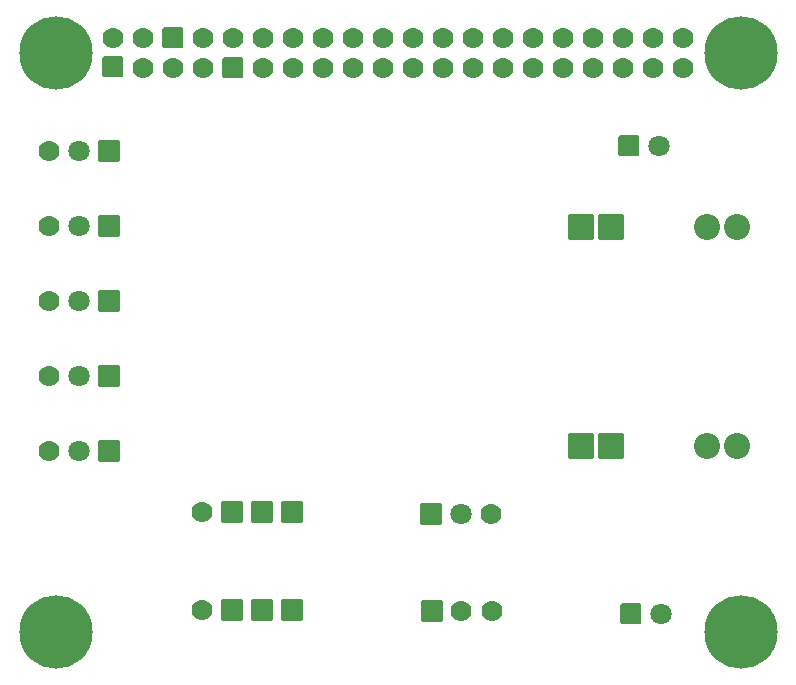
<source format=gts>
G04 Layer: TopSolderMaskLayer*
G04 EasyEDA v6.5.22, 2023-03-23 09:10:29*
G04 401f546e4c444c1f8d25b27506820300,e6e562115a5a45ecb989dda305b66076,10*
G04 Gerber Generator version 0.2*
G04 Scale: 100 percent, Rotated: No, Reflected: No *
G04 Dimensions in millimeters *
G04 leading zeros omitted , absolute positions ,4 integer and 5 decimal *
%FSLAX45Y45*%
%MOMM*%

%AMMACRO1*1,1,$1,$2,$3*1,1,$1,$4,$5*1,1,$1,0-$2,0-$3*1,1,$1,0-$4,0-$5*20,1,$1,$2,$3,$4,$5,0*20,1,$1,$4,$5,0-$2,0-$3,0*20,1,$1,0-$2,0-$3,0-$4,0-$5,0*20,1,$1,0-$4,0-$5,$2,$3,0*4,1,4,$2,$3,$4,$5,0-$2,0-$3,0-$4,0-$5,$2,$3,0*%
%ADD10C,2.2032*%
%ADD11MACRO1,0.2032X-1X-1X-1X1*%
%ADD12C,1.8032*%
%ADD13C,6.2032*%
%ADD14C,1.7780*%
%ADD15MACRO1,0.2032X-0.7874X0.7874X0.7874X0.7874*%
%ADD16MACRO1,0.2032X-0.7875X0.7875X0.7875X0.7875*%
%ADD17C,1.7782*%
%ADD18MACRO1,0.2032X-0.8X0.8X0.8X0.8*%
%ADD19MACRO1,0.2032X0.8X-0.8X-0.8X-0.8*%

%LPD*%
D10*
G01*
X19075018Y-9042501D03*
G01*
X19075018Y-10896498D03*
G01*
X18821018Y-10896498D03*
D11*
G01*
X17754998Y-10896498D03*
G01*
X18008998Y-10896498D03*
G01*
X18008998Y-9042501D03*
G01*
X17754998Y-9042501D03*
D10*
G01*
X18821018Y-9042501D03*
D12*
G01*
X18415000Y-8356600D03*
D13*
G01*
X19106134Y-7564373D03*
G01*
X13303859Y-7565694D03*
G01*
X13305790Y-12467767D03*
G01*
X19106438Y-12469037D03*
D14*
G01*
X13791742Y-7441031D03*
D15*
G01*
X13791730Y-7683540D03*
D14*
G01*
X14045742Y-7441031D03*
G01*
X14045717Y-7693710D03*
D15*
G01*
X14299730Y-7441029D03*
D14*
G01*
X14299717Y-7693710D03*
G01*
X14553742Y-7441031D03*
G01*
X14807742Y-7441031D03*
D15*
G01*
X14807727Y-7693700D03*
D14*
G01*
X14553717Y-7693710D03*
G01*
X15061717Y-7441031D03*
G01*
X15315717Y-7441031D03*
G01*
X15316200Y-7693710D03*
G01*
X15062200Y-7693710D03*
G01*
X15569742Y-7441031D03*
G01*
X15823742Y-7441031D03*
G01*
X15823717Y-7693710D03*
G01*
X15569717Y-7693710D03*
G01*
X16077742Y-7441031D03*
G01*
X16331742Y-7441031D03*
G01*
X16331260Y-7693710D03*
G01*
X16077260Y-7693710D03*
G01*
X16585717Y-7441031D03*
G01*
X16839717Y-7441031D03*
G01*
X16840200Y-7693710D03*
G01*
X16586200Y-7693710D03*
G01*
X17093717Y-7441031D03*
G01*
X17347717Y-7441031D03*
G01*
X17348200Y-7693710D03*
G01*
X17094200Y-7693710D03*
G01*
X17601717Y-7441031D03*
G01*
X17855717Y-7441031D03*
G01*
X17855717Y-7693710D03*
G01*
X17601717Y-7693710D03*
G01*
X18109742Y-7441031D03*
G01*
X18363742Y-7441031D03*
G01*
X18363717Y-7693710D03*
G01*
X18109717Y-7693710D03*
G01*
X18617742Y-7441031D03*
G01*
X18617717Y-7693710D03*
D16*
G01*
X18161000Y-8356600D03*
D17*
G01*
X14544675Y-11455400D03*
D18*
G01*
X14798675Y-11455400D03*
G01*
X15052675Y-11455400D03*
G01*
X15052675Y-12280900D03*
G01*
X14798675Y-12280900D03*
D17*
G01*
X14541500Y-12280900D03*
D18*
G01*
X15306675Y-12280900D03*
D17*
G01*
X13246100Y-8394700D03*
D12*
G01*
X13500100Y-8394700D03*
D18*
G01*
X13754100Y-8394700D03*
G01*
X13754100Y-9029700D03*
D12*
G01*
X13500100Y-9029700D03*
D17*
G01*
X13246100Y-9029700D03*
D18*
G01*
X13754100Y-9664700D03*
D12*
G01*
X13500100Y-9664700D03*
D17*
G01*
X13246100Y-9664700D03*
D18*
G01*
X13754100Y-10299700D03*
D12*
G01*
X13500100Y-10299700D03*
D17*
G01*
X13246100Y-10299700D03*
D16*
G01*
X18173700Y-12319000D03*
D12*
G01*
X18427700Y-12319000D03*
D17*
G01*
X13246100Y-10934700D03*
D12*
G01*
X13500100Y-10934700D03*
D18*
G01*
X13754100Y-10934700D03*
D17*
G01*
X16992600Y-11468100D03*
D12*
G01*
X16738600Y-11468100D03*
D19*
G01*
X16484600Y-11468100D03*
D17*
G01*
X16998950Y-12293600D03*
D19*
G01*
X16490950Y-12293600D03*
D18*
G01*
X15306675Y-11455400D03*
D17*
G01*
X16738600Y-12293600D03*
M02*

</source>
